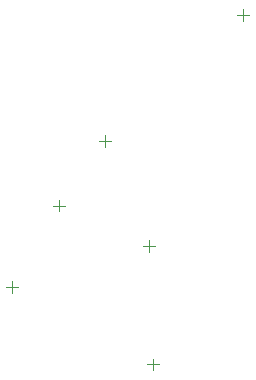
<source format=gbr>
%FSTAX23Y23*%
%MOIN*%
%SFA1B1*%

%IPPOS*%
%ADD46C,0.003937*%
%ADD48C,0.001969*%
%LNpcb1_top_component_center-1*%
%LPD*%
G54D46*
X0324Y0391D02*
Y03949D01*
X0322Y03929D02*
X03259D01*
X03835Y04564D02*
X03874D01*
X03855Y04545D02*
Y04584D01*
X03555Y0338D02*
Y03419D01*
X03535Y034D02*
X03574D01*
X03375Y04144D02*
X03414D01*
X03394Y04125D02*
Y04164D01*
X0354Y03775D02*
Y03814D01*
X0352Y03794D02*
X03559D01*
G54D48*
X03085Y03638D02*
Y03677D01*
X03065Y03658D02*
X03104D01*
M02*
</source>
